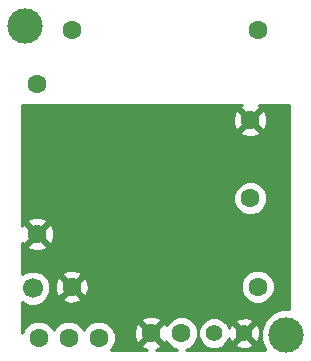
<source format=gbl>
G04 #@! TF.FileFunction,Copper,L2,Bot,Signal*
%FSLAX46Y46*%
G04 Gerber Fmt 4.6, Leading zero omitted, Abs format (unit mm)*
G04 Created by KiCad (PCBNEW 4.0.0-2.201511301921+6191~38~ubuntu15.10.1-stable) date Tue 01 Dec 2015 16:42:38 GMT*
%MOMM*%
G01*
G04 APERTURE LIST*
%ADD10C,0.100000*%
%ADD11C,1.700000*%
%ADD12C,1.600000*%
%ADD13C,1.400000*%
%ADD14C,2.999740*%
%ADD15C,0.254000*%
G04 APERTURE END LIST*
D10*
D11*
X237490000Y-116078000D03*
D12*
X247523000Y-119888000D03*
X250063000Y-119888000D03*
X240538000Y-120269000D03*
X243078000Y-120269000D03*
X237998000Y-120269000D03*
D13*
X252857000Y-119888000D03*
X255397000Y-119888000D03*
D12*
X256540000Y-115951000D03*
X240792000Y-115951000D03*
X256540000Y-94234000D03*
X240792000Y-94234000D03*
X237871000Y-111506000D03*
X237871000Y-98806000D03*
X255905000Y-101854000D03*
X255905000Y-108458000D03*
D14*
X258953000Y-120015000D03*
X236855000Y-93853000D03*
D15*
G36*
X255150995Y-100600136D02*
X255076861Y-100846255D01*
X255905000Y-101674395D01*
X256733139Y-100846255D01*
X256659005Y-100600136D01*
X256614113Y-100584000D01*
X259207000Y-100584000D01*
X259207000Y-117880350D01*
X258530211Y-117879760D01*
X257745273Y-118204090D01*
X257144200Y-118804114D01*
X256818501Y-119588485D01*
X256817760Y-120437789D01*
X257142090Y-121222727D01*
X257204254Y-121285000D01*
X250439754Y-121285000D01*
X250874800Y-121105243D01*
X251278824Y-120701923D01*
X251497750Y-120174691D01*
X251497769Y-120152383D01*
X251521769Y-120152383D01*
X251724582Y-120643229D01*
X252099796Y-121019098D01*
X252590287Y-121222768D01*
X253121383Y-121223231D01*
X253612229Y-121020418D01*
X253809716Y-120823275D01*
X254641331Y-120823275D01*
X254703169Y-121059042D01*
X255204122Y-121235419D01*
X255734440Y-121206664D01*
X256090831Y-121059042D01*
X256152669Y-120823275D01*
X255397000Y-120067605D01*
X254641331Y-120823275D01*
X253809716Y-120823275D01*
X253988098Y-120645204D01*
X254120316Y-120326788D01*
X254225958Y-120581831D01*
X254461725Y-120643669D01*
X255217395Y-119888000D01*
X255576605Y-119888000D01*
X256332275Y-120643669D01*
X256568042Y-120581831D01*
X256744419Y-120080878D01*
X256715664Y-119550560D01*
X256568042Y-119194169D01*
X256332275Y-119132331D01*
X255576605Y-119888000D01*
X255217395Y-119888000D01*
X254461725Y-119132331D01*
X254225958Y-119194169D01*
X254128804Y-119470111D01*
X253989418Y-119132771D01*
X253809686Y-118952725D01*
X254641331Y-118952725D01*
X255397000Y-119708395D01*
X256152669Y-118952725D01*
X256090831Y-118716958D01*
X255589878Y-118540581D01*
X255059560Y-118569336D01*
X254703169Y-118716958D01*
X254641331Y-118952725D01*
X253809686Y-118952725D01*
X253614204Y-118756902D01*
X253123713Y-118553232D01*
X252592617Y-118552769D01*
X252101771Y-118755582D01*
X251725902Y-119130796D01*
X251522232Y-119621287D01*
X251521769Y-120152383D01*
X251497769Y-120152383D01*
X251498248Y-119603813D01*
X251280243Y-119076200D01*
X250876923Y-118672176D01*
X250349691Y-118453250D01*
X249778813Y-118452752D01*
X249251200Y-118670757D01*
X248847176Y-119074077D01*
X248799552Y-119188768D01*
X248776864Y-119133995D01*
X248530745Y-119059861D01*
X247702605Y-119888000D01*
X248530745Y-120716139D01*
X248776864Y-120642005D01*
X248797805Y-120583746D01*
X248845757Y-120699800D01*
X249249077Y-121103824D01*
X249685397Y-121285000D01*
X247931445Y-121285000D01*
X248277005Y-121141864D01*
X248351139Y-120895745D01*
X247523000Y-120067605D01*
X246694861Y-120895745D01*
X246768995Y-121141864D01*
X247167215Y-121285000D01*
X244091394Y-121285000D01*
X244293824Y-121082923D01*
X244512750Y-120555691D01*
X244513248Y-119984813D01*
X244383676Y-119671223D01*
X246076035Y-119671223D01*
X246103222Y-120241454D01*
X246269136Y-120642005D01*
X246515255Y-120716139D01*
X247343395Y-119888000D01*
X246515255Y-119059861D01*
X246269136Y-119133995D01*
X246076035Y-119671223D01*
X244383676Y-119671223D01*
X244295243Y-119457200D01*
X243891923Y-119053176D01*
X243475484Y-118880255D01*
X246694861Y-118880255D01*
X247523000Y-119708395D01*
X248351139Y-118880255D01*
X248277005Y-118634136D01*
X247739777Y-118441035D01*
X247169546Y-118468222D01*
X246768995Y-118634136D01*
X246694861Y-118880255D01*
X243475484Y-118880255D01*
X243364691Y-118834250D01*
X242793813Y-118833752D01*
X242266200Y-119051757D01*
X241862176Y-119455077D01*
X241808138Y-119585215D01*
X241755243Y-119457200D01*
X241351923Y-119053176D01*
X240824691Y-118834250D01*
X240253813Y-118833752D01*
X239726200Y-119051757D01*
X239322176Y-119455077D01*
X239268138Y-119585215D01*
X239215243Y-119457200D01*
X238811923Y-119053176D01*
X238284691Y-118834250D01*
X237713813Y-118833752D01*
X237186200Y-119051757D01*
X236782176Y-119455077D01*
X236601000Y-119891397D01*
X236601000Y-117289389D01*
X236647717Y-117336188D01*
X237193319Y-117562742D01*
X237784089Y-117563257D01*
X238330086Y-117337656D01*
X238709658Y-116958745D01*
X239963861Y-116958745D01*
X240037995Y-117204864D01*
X240575223Y-117397965D01*
X241145454Y-117370778D01*
X241546005Y-117204864D01*
X241620139Y-116958745D01*
X240792000Y-116130605D01*
X239963861Y-116958745D01*
X238709658Y-116958745D01*
X238748188Y-116920283D01*
X238974742Y-116374681D01*
X238975257Y-115783911D01*
X238954727Y-115734223D01*
X239345035Y-115734223D01*
X239372222Y-116304454D01*
X239538136Y-116705005D01*
X239784255Y-116779139D01*
X240612395Y-115951000D01*
X240971605Y-115951000D01*
X241799745Y-116779139D01*
X242045864Y-116705005D01*
X242214735Y-116235187D01*
X255104752Y-116235187D01*
X255322757Y-116762800D01*
X255726077Y-117166824D01*
X256253309Y-117385750D01*
X256824187Y-117386248D01*
X257351800Y-117168243D01*
X257755824Y-116764923D01*
X257974750Y-116237691D01*
X257975248Y-115666813D01*
X257757243Y-115139200D01*
X257353923Y-114735176D01*
X256826691Y-114516250D01*
X256255813Y-114515752D01*
X255728200Y-114733757D01*
X255324176Y-115137077D01*
X255105250Y-115664309D01*
X255104752Y-116235187D01*
X242214735Y-116235187D01*
X242238965Y-116167777D01*
X242211778Y-115597546D01*
X242045864Y-115196995D01*
X241799745Y-115122861D01*
X240971605Y-115951000D01*
X240612395Y-115951000D01*
X239784255Y-115122861D01*
X239538136Y-115196995D01*
X239345035Y-115734223D01*
X238954727Y-115734223D01*
X238749656Y-115237914D01*
X238455511Y-114943255D01*
X239963861Y-114943255D01*
X240792000Y-115771395D01*
X241620139Y-114943255D01*
X241546005Y-114697136D01*
X241008777Y-114504035D01*
X240438546Y-114531222D01*
X240037995Y-114697136D01*
X239963861Y-114943255D01*
X238455511Y-114943255D01*
X238332283Y-114819812D01*
X237786681Y-114593258D01*
X237195911Y-114592743D01*
X236649914Y-114818344D01*
X236601000Y-114867173D01*
X236601000Y-112513745D01*
X237042861Y-112513745D01*
X237116995Y-112759864D01*
X237654223Y-112952965D01*
X238224454Y-112925778D01*
X238625005Y-112759864D01*
X238699139Y-112513745D01*
X237871000Y-111685605D01*
X237042861Y-112513745D01*
X236601000Y-112513745D01*
X236601000Y-112221049D01*
X236617136Y-112260005D01*
X236863255Y-112334139D01*
X237691395Y-111506000D01*
X238050605Y-111506000D01*
X238878745Y-112334139D01*
X239124864Y-112260005D01*
X239317965Y-111722777D01*
X239290778Y-111152546D01*
X239124864Y-110751995D01*
X238878745Y-110677861D01*
X238050605Y-111506000D01*
X237691395Y-111506000D01*
X236863255Y-110677861D01*
X236617136Y-110751995D01*
X236601000Y-110796887D01*
X236601000Y-110498255D01*
X237042861Y-110498255D01*
X237871000Y-111326395D01*
X238699139Y-110498255D01*
X238625005Y-110252136D01*
X238087777Y-110059035D01*
X237517546Y-110086222D01*
X237116995Y-110252136D01*
X237042861Y-110498255D01*
X236601000Y-110498255D01*
X236601000Y-108742187D01*
X254469752Y-108742187D01*
X254687757Y-109269800D01*
X255091077Y-109673824D01*
X255618309Y-109892750D01*
X256189187Y-109893248D01*
X256716800Y-109675243D01*
X257120824Y-109271923D01*
X257339750Y-108744691D01*
X257340248Y-108173813D01*
X257122243Y-107646200D01*
X256718923Y-107242176D01*
X256191691Y-107023250D01*
X255620813Y-107022752D01*
X255093200Y-107240757D01*
X254689176Y-107644077D01*
X254470250Y-108171309D01*
X254469752Y-108742187D01*
X236601000Y-108742187D01*
X236601000Y-102861745D01*
X255076861Y-102861745D01*
X255150995Y-103107864D01*
X255688223Y-103300965D01*
X256258454Y-103273778D01*
X256659005Y-103107864D01*
X256733139Y-102861745D01*
X255905000Y-102033605D01*
X255076861Y-102861745D01*
X236601000Y-102861745D01*
X236601000Y-101637223D01*
X254458035Y-101637223D01*
X254485222Y-102207454D01*
X254651136Y-102608005D01*
X254897255Y-102682139D01*
X255725395Y-101854000D01*
X256084605Y-101854000D01*
X256912745Y-102682139D01*
X257158864Y-102608005D01*
X257351965Y-102070777D01*
X257324778Y-101500546D01*
X257158864Y-101099995D01*
X256912745Y-101025861D01*
X256084605Y-101854000D01*
X255725395Y-101854000D01*
X254897255Y-101025861D01*
X254651136Y-101099995D01*
X254458035Y-101637223D01*
X236601000Y-101637223D01*
X236601000Y-100584000D01*
X255189951Y-100584000D01*
X255150995Y-100600136D01*
X255150995Y-100600136D01*
G37*
X255150995Y-100600136D02*
X255076861Y-100846255D01*
X255905000Y-101674395D01*
X256733139Y-100846255D01*
X256659005Y-100600136D01*
X256614113Y-100584000D01*
X259207000Y-100584000D01*
X259207000Y-117880350D01*
X258530211Y-117879760D01*
X257745273Y-118204090D01*
X257144200Y-118804114D01*
X256818501Y-119588485D01*
X256817760Y-120437789D01*
X257142090Y-121222727D01*
X257204254Y-121285000D01*
X250439754Y-121285000D01*
X250874800Y-121105243D01*
X251278824Y-120701923D01*
X251497750Y-120174691D01*
X251497769Y-120152383D01*
X251521769Y-120152383D01*
X251724582Y-120643229D01*
X252099796Y-121019098D01*
X252590287Y-121222768D01*
X253121383Y-121223231D01*
X253612229Y-121020418D01*
X253809716Y-120823275D01*
X254641331Y-120823275D01*
X254703169Y-121059042D01*
X255204122Y-121235419D01*
X255734440Y-121206664D01*
X256090831Y-121059042D01*
X256152669Y-120823275D01*
X255397000Y-120067605D01*
X254641331Y-120823275D01*
X253809716Y-120823275D01*
X253988098Y-120645204D01*
X254120316Y-120326788D01*
X254225958Y-120581831D01*
X254461725Y-120643669D01*
X255217395Y-119888000D01*
X255576605Y-119888000D01*
X256332275Y-120643669D01*
X256568042Y-120581831D01*
X256744419Y-120080878D01*
X256715664Y-119550560D01*
X256568042Y-119194169D01*
X256332275Y-119132331D01*
X255576605Y-119888000D01*
X255217395Y-119888000D01*
X254461725Y-119132331D01*
X254225958Y-119194169D01*
X254128804Y-119470111D01*
X253989418Y-119132771D01*
X253809686Y-118952725D01*
X254641331Y-118952725D01*
X255397000Y-119708395D01*
X256152669Y-118952725D01*
X256090831Y-118716958D01*
X255589878Y-118540581D01*
X255059560Y-118569336D01*
X254703169Y-118716958D01*
X254641331Y-118952725D01*
X253809686Y-118952725D01*
X253614204Y-118756902D01*
X253123713Y-118553232D01*
X252592617Y-118552769D01*
X252101771Y-118755582D01*
X251725902Y-119130796D01*
X251522232Y-119621287D01*
X251521769Y-120152383D01*
X251497769Y-120152383D01*
X251498248Y-119603813D01*
X251280243Y-119076200D01*
X250876923Y-118672176D01*
X250349691Y-118453250D01*
X249778813Y-118452752D01*
X249251200Y-118670757D01*
X248847176Y-119074077D01*
X248799552Y-119188768D01*
X248776864Y-119133995D01*
X248530745Y-119059861D01*
X247702605Y-119888000D01*
X248530745Y-120716139D01*
X248776864Y-120642005D01*
X248797805Y-120583746D01*
X248845757Y-120699800D01*
X249249077Y-121103824D01*
X249685397Y-121285000D01*
X247931445Y-121285000D01*
X248277005Y-121141864D01*
X248351139Y-120895745D01*
X247523000Y-120067605D01*
X246694861Y-120895745D01*
X246768995Y-121141864D01*
X247167215Y-121285000D01*
X244091394Y-121285000D01*
X244293824Y-121082923D01*
X244512750Y-120555691D01*
X244513248Y-119984813D01*
X244383676Y-119671223D01*
X246076035Y-119671223D01*
X246103222Y-120241454D01*
X246269136Y-120642005D01*
X246515255Y-120716139D01*
X247343395Y-119888000D01*
X246515255Y-119059861D01*
X246269136Y-119133995D01*
X246076035Y-119671223D01*
X244383676Y-119671223D01*
X244295243Y-119457200D01*
X243891923Y-119053176D01*
X243475484Y-118880255D01*
X246694861Y-118880255D01*
X247523000Y-119708395D01*
X248351139Y-118880255D01*
X248277005Y-118634136D01*
X247739777Y-118441035D01*
X247169546Y-118468222D01*
X246768995Y-118634136D01*
X246694861Y-118880255D01*
X243475484Y-118880255D01*
X243364691Y-118834250D01*
X242793813Y-118833752D01*
X242266200Y-119051757D01*
X241862176Y-119455077D01*
X241808138Y-119585215D01*
X241755243Y-119457200D01*
X241351923Y-119053176D01*
X240824691Y-118834250D01*
X240253813Y-118833752D01*
X239726200Y-119051757D01*
X239322176Y-119455077D01*
X239268138Y-119585215D01*
X239215243Y-119457200D01*
X238811923Y-119053176D01*
X238284691Y-118834250D01*
X237713813Y-118833752D01*
X237186200Y-119051757D01*
X236782176Y-119455077D01*
X236601000Y-119891397D01*
X236601000Y-117289389D01*
X236647717Y-117336188D01*
X237193319Y-117562742D01*
X237784089Y-117563257D01*
X238330086Y-117337656D01*
X238709658Y-116958745D01*
X239963861Y-116958745D01*
X240037995Y-117204864D01*
X240575223Y-117397965D01*
X241145454Y-117370778D01*
X241546005Y-117204864D01*
X241620139Y-116958745D01*
X240792000Y-116130605D01*
X239963861Y-116958745D01*
X238709658Y-116958745D01*
X238748188Y-116920283D01*
X238974742Y-116374681D01*
X238975257Y-115783911D01*
X238954727Y-115734223D01*
X239345035Y-115734223D01*
X239372222Y-116304454D01*
X239538136Y-116705005D01*
X239784255Y-116779139D01*
X240612395Y-115951000D01*
X240971605Y-115951000D01*
X241799745Y-116779139D01*
X242045864Y-116705005D01*
X242214735Y-116235187D01*
X255104752Y-116235187D01*
X255322757Y-116762800D01*
X255726077Y-117166824D01*
X256253309Y-117385750D01*
X256824187Y-117386248D01*
X257351800Y-117168243D01*
X257755824Y-116764923D01*
X257974750Y-116237691D01*
X257975248Y-115666813D01*
X257757243Y-115139200D01*
X257353923Y-114735176D01*
X256826691Y-114516250D01*
X256255813Y-114515752D01*
X255728200Y-114733757D01*
X255324176Y-115137077D01*
X255105250Y-115664309D01*
X255104752Y-116235187D01*
X242214735Y-116235187D01*
X242238965Y-116167777D01*
X242211778Y-115597546D01*
X242045864Y-115196995D01*
X241799745Y-115122861D01*
X240971605Y-115951000D01*
X240612395Y-115951000D01*
X239784255Y-115122861D01*
X239538136Y-115196995D01*
X239345035Y-115734223D01*
X238954727Y-115734223D01*
X238749656Y-115237914D01*
X238455511Y-114943255D01*
X239963861Y-114943255D01*
X240792000Y-115771395D01*
X241620139Y-114943255D01*
X241546005Y-114697136D01*
X241008777Y-114504035D01*
X240438546Y-114531222D01*
X240037995Y-114697136D01*
X239963861Y-114943255D01*
X238455511Y-114943255D01*
X238332283Y-114819812D01*
X237786681Y-114593258D01*
X237195911Y-114592743D01*
X236649914Y-114818344D01*
X236601000Y-114867173D01*
X236601000Y-112513745D01*
X237042861Y-112513745D01*
X237116995Y-112759864D01*
X237654223Y-112952965D01*
X238224454Y-112925778D01*
X238625005Y-112759864D01*
X238699139Y-112513745D01*
X237871000Y-111685605D01*
X237042861Y-112513745D01*
X236601000Y-112513745D01*
X236601000Y-112221049D01*
X236617136Y-112260005D01*
X236863255Y-112334139D01*
X237691395Y-111506000D01*
X238050605Y-111506000D01*
X238878745Y-112334139D01*
X239124864Y-112260005D01*
X239317965Y-111722777D01*
X239290778Y-111152546D01*
X239124864Y-110751995D01*
X238878745Y-110677861D01*
X238050605Y-111506000D01*
X237691395Y-111506000D01*
X236863255Y-110677861D01*
X236617136Y-110751995D01*
X236601000Y-110796887D01*
X236601000Y-110498255D01*
X237042861Y-110498255D01*
X237871000Y-111326395D01*
X238699139Y-110498255D01*
X238625005Y-110252136D01*
X238087777Y-110059035D01*
X237517546Y-110086222D01*
X237116995Y-110252136D01*
X237042861Y-110498255D01*
X236601000Y-110498255D01*
X236601000Y-108742187D01*
X254469752Y-108742187D01*
X254687757Y-109269800D01*
X255091077Y-109673824D01*
X255618309Y-109892750D01*
X256189187Y-109893248D01*
X256716800Y-109675243D01*
X257120824Y-109271923D01*
X257339750Y-108744691D01*
X257340248Y-108173813D01*
X257122243Y-107646200D01*
X256718923Y-107242176D01*
X256191691Y-107023250D01*
X255620813Y-107022752D01*
X255093200Y-107240757D01*
X254689176Y-107644077D01*
X254470250Y-108171309D01*
X254469752Y-108742187D01*
X236601000Y-108742187D01*
X236601000Y-102861745D01*
X255076861Y-102861745D01*
X255150995Y-103107864D01*
X255688223Y-103300965D01*
X256258454Y-103273778D01*
X256659005Y-103107864D01*
X256733139Y-102861745D01*
X255905000Y-102033605D01*
X255076861Y-102861745D01*
X236601000Y-102861745D01*
X236601000Y-101637223D01*
X254458035Y-101637223D01*
X254485222Y-102207454D01*
X254651136Y-102608005D01*
X254897255Y-102682139D01*
X255725395Y-101854000D01*
X256084605Y-101854000D01*
X256912745Y-102682139D01*
X257158864Y-102608005D01*
X257351965Y-102070777D01*
X257324778Y-101500546D01*
X257158864Y-101099995D01*
X256912745Y-101025861D01*
X256084605Y-101854000D01*
X255725395Y-101854000D01*
X254897255Y-101025861D01*
X254651136Y-101099995D01*
X254458035Y-101637223D01*
X236601000Y-101637223D01*
X236601000Y-100584000D01*
X255189951Y-100584000D01*
X255150995Y-100600136D01*
M02*

</source>
